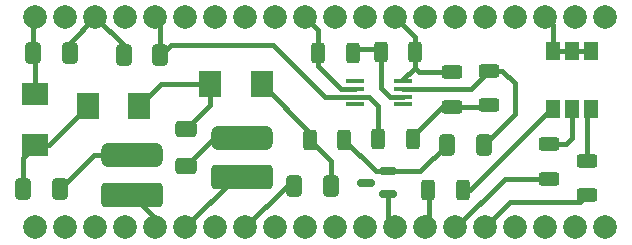
<source format=gbr>
%TF.GenerationSoftware,KiCad,Pcbnew,8.0.0*%
%TF.CreationDate,2024-12-31T13:39:28+02:00*%
%TF.ProjectId,Entry,456e7472-792e-46b6-9963-61645f706362,rev?*%
%TF.SameCoordinates,Original*%
%TF.FileFunction,Copper,L1,Top*%
%TF.FilePolarity,Positive*%
%FSLAX46Y46*%
G04 Gerber Fmt 4.6, Leading zero omitted, Abs format (unit mm)*
G04 Created by KiCad (PCBNEW 8.0.0) date 2024-12-31 13:39:28*
%MOMM*%
%LPD*%
G01*
G04 APERTURE LIST*
G04 Aperture macros list*
%AMRoundRect*
0 Rectangle with rounded corners*
0 $1 Rounding radius*
0 $2 $3 $4 $5 $6 $7 $8 $9 X,Y pos of 4 corners*
0 Add a 4 corners polygon primitive as box body*
4,1,4,$2,$3,$4,$5,$6,$7,$8,$9,$2,$3,0*
0 Add four circle primitives for the rounded corners*
1,1,$1+$1,$2,$3*
1,1,$1+$1,$4,$5*
1,1,$1+$1,$6,$7*
1,1,$1+$1,$8,$9*
0 Add four rect primitives between the rounded corners*
20,1,$1+$1,$2,$3,$4,$5,0*
20,1,$1+$1,$4,$5,$6,$7,0*
20,1,$1+$1,$6,$7,$8,$9,0*
20,1,$1+$1,$8,$9,$2,$3,0*%
G04 Aperture macros list end*
%TA.AperFunction,SMDPad,CuDef*%
%ADD10RoundRect,0.500000X2.100000X-0.500000X2.100000X0.500000X-2.100000X0.500000X-2.100000X-0.500000X0*%
%TD*%
%TA.AperFunction,SMDPad,CuDef*%
%ADD11RoundRect,0.250000X2.350000X-0.750000X2.350000X0.750000X-2.350000X0.750000X-2.350000X-0.750000X0*%
%TD*%
%TA.AperFunction,SMDPad,CuDef*%
%ADD12RoundRect,0.150000X0.587500X0.150000X-0.587500X0.150000X-0.587500X-0.150000X0.587500X-0.150000X0*%
%TD*%
%TA.AperFunction,SMDPad,CuDef*%
%ADD13R,1.955800X2.260600*%
%TD*%
%TA.AperFunction,SMDPad,CuDef*%
%ADD14R,1.300000X1.500000*%
%TD*%
%TA.AperFunction,ComponentPad*%
%ADD15C,2.000000*%
%TD*%
%TA.AperFunction,SMDPad,CuDef*%
%ADD16RoundRect,0.250000X0.625000X-0.312500X0.625000X0.312500X-0.625000X0.312500X-0.625000X-0.312500X0*%
%TD*%
%TA.AperFunction,SMDPad,CuDef*%
%ADD17RoundRect,0.250000X0.412500X0.650000X-0.412500X0.650000X-0.412500X-0.650000X0.412500X-0.650000X0*%
%TD*%
%TA.AperFunction,SMDPad,CuDef*%
%ADD18RoundRect,0.250000X-0.625000X0.312500X-0.625000X-0.312500X0.625000X-0.312500X0.625000X0.312500X0*%
%TD*%
%TA.AperFunction,SMDPad,CuDef*%
%ADD19RoundRect,0.250000X0.312500X0.625000X-0.312500X0.625000X-0.312500X-0.625000X0.312500X-0.625000X0*%
%TD*%
%TA.AperFunction,SMDPad,CuDef*%
%ADD20RoundRect,0.250000X-0.412500X-0.650000X0.412500X-0.650000X0.412500X0.650000X-0.412500X0.650000X0*%
%TD*%
%TA.AperFunction,SMDPad,CuDef*%
%ADD21RoundRect,0.250000X-0.650000X0.412500X-0.650000X-0.412500X0.650000X-0.412500X0.650000X0.412500X0*%
%TD*%
%TA.AperFunction,SMDPad,CuDef*%
%ADD22R,2.260600X1.955800*%
%TD*%
%TA.AperFunction,SMDPad,CuDef*%
%ADD23RoundRect,0.250000X-0.312500X-0.625000X0.312500X-0.625000X0.312500X0.625000X-0.312500X0.625000X0*%
%TD*%
%TA.AperFunction,SMDPad,CuDef*%
%ADD24R,1.524000X0.457200*%
%TD*%
%TA.AperFunction,Conductor*%
%ADD25C,0.400000*%
%TD*%
G04 APERTURE END LIST*
D10*
%TO.P,L1,2,2*%
%TO.N,Net-(C_oscilato1-Pad2)*%
X47970000Y-79897500D03*
D11*
%TO.P,L1,1,1*%
%TO.N,Net-(PicoW1-GP4)*%
X47960000Y-83197500D03*
%TD*%
%TO.P,L3,1,1*%
%TO.N,Net-(PicoW1-GP3)*%
X38660000Y-84720000D03*
D10*
%TO.P,L3,2,2*%
%TO.N,Net-(C_oscilato2-Pad2)*%
X38710000Y-81360000D03*
%TD*%
D12*
%TO.P,Q2,1,B*%
%TO.N,GND_13*%
X60337500Y-84650000D03*
%TO.P,Q2,2,E*%
%TO.N,Net-(Q2-E)*%
X60337500Y-82750000D03*
%TO.P,Q2,3,C*%
%TO.N,unconnected-(Q2-C-Pad3)*%
X58462500Y-83700000D03*
%TD*%
D13*
%TO.P,CR3,2*%
%TO.N,Net-(CR2-Pad1)*%
X45308300Y-75370000D03*
%TO.P,CR3,1*%
%TO.N,Net-(CR3-Pad1)*%
X49651700Y-75370000D03*
%TD*%
D14*
%TO.P,LED1,1,K_RED*%
%TO.N,GND_23*%
X77550000Y-72550000D03*
%TO.P,LED1,2,A_RED*%
%TO.N,red*%
X77550000Y-77450000D03*
%TO.P,LED1,3,K_GREEN*%
%TO.N,GND_23*%
X75950000Y-72550000D03*
%TO.P,LED1,4,A_GREEN*%
%TO.N,green*%
X75950000Y-77450000D03*
%TO.P,LED1,5,K_BLUE*%
%TO.N,GND_23*%
X74350000Y-72550000D03*
%TO.P,LED1,6,A_BLUE*%
%TO.N,blue*%
X74350000Y-77450000D03*
%TD*%
D15*
%TO.P,PicoW1,1,GP0*%
%TO.N,unconnected-(PicoW1-GP0-Pad1)*%
X30500000Y-87480000D03*
%TO.P,PicoW1,2,GP1*%
%TO.N,unconnected-(PicoW1-GP1-Pad2)*%
X33040000Y-87480000D03*
%TO.P,PicoW1,3,GND*%
%TO.N,unconnected-(PicoW1-GND-Pad3)*%
X35580000Y-87480000D03*
%TO.P,PicoW1,4,GP2*%
%TO.N,unconnected-(PicoW1-GP2-Pad4)*%
X38120000Y-87480000D03*
%TO.P,PicoW1,5,GP3*%
%TO.N,Net-(PicoW1-GP3)*%
X40660000Y-87480000D03*
%TO.P,PicoW1,6,GP4*%
%TO.N,Net-(PicoW1-GP4)*%
X43200000Y-87480000D03*
%TO.P,PicoW1,7,GP5*%
%TO.N,unconnected-(PicoW1-GP5-Pad7)*%
X45740000Y-87480000D03*
%TO.P,PicoW1,8,GND*%
%TO.N,GND_8*%
X48280000Y-87480000D03*
%TO.P,PicoW1,9,GP6*%
%TO.N,unconnected-(PicoW1-GP6-Pad9)*%
X50820000Y-87480000D03*
%TO.P,PicoW1,10,GP7*%
%TO.N,unconnected-(PicoW1-GP7-Pad10)*%
X53360000Y-87480000D03*
%TO.P,PicoW1,11,GP8*%
%TO.N,unconnected-(PicoW1-GP8-Pad11)*%
X55900000Y-87480000D03*
%TO.P,PicoW1,12,GP9*%
%TO.N,unconnected-(PicoW1-GP9-Pad12)*%
X58440000Y-87480000D03*
%TO.P,PicoW1,13,GND*%
%TO.N,GND_13*%
X60980000Y-87480000D03*
%TO.P,PicoW1,14,GP10*%
%TO.N,Net-(PicoW1-GP10)*%
X63520000Y-87480000D03*
%TO.P,PicoW1,15,GP11*%
%TO.N,Net-(PicoW1-GP11)*%
X66060000Y-87480000D03*
%TO.P,PicoW1,16,GP12*%
%TO.N,Net-(PicoW1-GP12)*%
X68600000Y-87438119D03*
%TO.P,PicoW1,17,GP13*%
%TO.N,unconnected-(PicoW1-GP13-Pad17)*%
X71140000Y-87480000D03*
%TO.P,PicoW1,18,GND*%
%TO.N,unconnected-(PicoW1-GND-Pad18)*%
X73680000Y-87480000D03*
%TO.P,PicoW1,19,GP14*%
%TO.N,unconnected-(PicoW1-GP14-Pad19)*%
X76220000Y-87480000D03*
%TO.P,PicoW1,20,GP15*%
%TO.N,unconnected-(PicoW1-GP15-Pad20)*%
X78760000Y-87480000D03*
%TO.P,PicoW1,21,GP16*%
%TO.N,unconnected-(PicoW1-GP16-Pad21)*%
X78760000Y-69700000D03*
%TO.P,PicoW1,22,GP17*%
%TO.N,unconnected-(PicoW1-GP17-Pad22)*%
X76220000Y-69700000D03*
%TO.P,PicoW1,23,GND*%
%TO.N,GND_23*%
X73680000Y-69700000D03*
%TO.P,PicoW1,24,GP18*%
%TO.N,unconnected-(PicoW1-GP18-Pad24)*%
X71140000Y-69700000D03*
%TO.P,PicoW1,25,GP19*%
%TO.N,unconnected-(PicoW1-GP19-Pad25)*%
X68600000Y-69700000D03*
%TO.P,PicoW1,26,GP20*%
%TO.N,unconnected-(PicoW1-GP20-Pad26)*%
X66060000Y-69700000D03*
%TO.P,PicoW1,27,GP21*%
%TO.N,unconnected-(PicoW1-GP21-Pad27)*%
X63520000Y-69700000D03*
%TO.P,PicoW1,28,GND*%
%TO.N,GND_28*%
X60980000Y-69700000D03*
%TO.P,PicoW1,29,GP22*%
%TO.N,unconnected-(PicoW1-GP22-Pad29)*%
X58440000Y-69700000D03*
%TO.P,PicoW1,30,RUN*%
%TO.N,unconnected-(PicoW1-RUN-Pad30)*%
X55900000Y-69700000D03*
%TO.P,PicoW1,31,GP26*%
%TO.N,Vout*%
X53360000Y-69700000D03*
%TO.P,PicoW1,32,GP27*%
%TO.N,unconnected-(PicoW1-GP27-Pad32)*%
X50820000Y-69700000D03*
%TO.P,PicoW1,33,AGND*%
%TO.N,unconnected-(PicoW1-AGND-Pad33)*%
X48280000Y-69700000D03*
%TO.P,PicoW1,34,GP28*%
%TO.N,unconnected-(PicoW1-GP28-Pad34)*%
X45740000Y-69700000D03*
%TO.P,PicoW1,35,ADC_VREF*%
%TO.N,unconnected-(PicoW1-ADC_VREF-Pad35)*%
X43200000Y-69700000D03*
%TO.P,PicoW1,36,3V3_OUT*%
%TO.N,Net-(8_pin_op_amp1-V+)*%
X40660000Y-69700000D03*
%TO.P,PicoW1,37,3V3_EN*%
%TO.N,unconnected-(PicoW1-3V3_EN-Pad37)*%
X38120000Y-69700000D03*
%TO.P,PicoW1,38,GND*%
%TO.N,GND_38*%
X35580000Y-69700000D03*
%TO.P,PicoW1,39,VSYS*%
%TO.N,unconnected-(PicoW1-VSYS-Pad39)*%
X33040000Y-69700000D03*
%TO.P,PicoW1,40,VBUS*%
%TO.N,5V*%
X30500000Y-69700000D03*
%TD*%
D16*
%TO.P,R_LED_G1,1*%
%TO.N,Net-(PicoW1-GP11)*%
X74000000Y-83362500D03*
%TO.P,R_LED_G1,2*%
%TO.N,green*%
X74000000Y-80437500D03*
%TD*%
D17*
%TO.P,C_GND1,1*%
%TO.N,GND_38*%
X33402500Y-72760000D03*
%TO.P,C_GND1,2*%
%TO.N,5V*%
X30277500Y-72760000D03*
%TD*%
D13*
%TO.P,CR2,1*%
%TO.N,Net-(CR2-Pad1)*%
X39301700Y-77190000D03*
%TO.P,CR2,2*%
%TO.N,Net-(CR1-Pad1)*%
X34958300Y-77190000D03*
%TD*%
D18*
%TO.P,Rf3,1*%
%TO.N,GND_28*%
X65800000Y-74337500D03*
%TO.P,Rf3,2*%
%TO.N,Net-(Rf2-Pad1)*%
X65800000Y-77262500D03*
%TD*%
D19*
%TO.P,Rsch1,1*%
%TO.N,Net-(Q2-E)*%
X56662500Y-80100000D03*
%TO.P,Rsch1,2*%
%TO.N,Net-(CR3-Pad1)*%
X53737500Y-80100000D03*
%TD*%
D20*
%TO.P,C1,1*%
%TO.N,Net-(Q2-E)*%
X65337500Y-80500000D03*
%TO.P,C1,2*%
%TO.N,Signal*%
X68462500Y-80500000D03*
%TD*%
D19*
%TO.P,Rf1,1*%
%TO.N,Net-(8_pin_op_amp1--)*%
X57362500Y-72700000D03*
%TO.P,Rf1,2*%
%TO.N,Vout*%
X54437500Y-72700000D03*
%TD*%
D21*
%TO.P,C_oscilato1,1*%
%TO.N,Net-(CR2-Pad1)*%
X43270000Y-79147500D03*
%TO.P,C_oscilato1,2*%
%TO.N,Net-(C_oscilato1-Pad2)*%
X43270000Y-82272500D03*
%TD*%
D22*
%TO.P,CR1,1*%
%TO.N,Net-(CR1-Pad1)*%
X30490000Y-80531700D03*
%TO.P,CR1,2*%
%TO.N,5V*%
X30490000Y-76188300D03*
%TD*%
D18*
%TO.P,Rf4,1*%
%TO.N,Signal*%
X68900000Y-74237500D03*
%TO.P,Rf4,2*%
%TO.N,Net-(Rf2-Pad1)*%
X68900000Y-77162500D03*
%TD*%
D23*
%TO.P,R_LED_B1,1*%
%TO.N,Net-(PicoW1-GP10)*%
X63737500Y-84300000D03*
%TO.P,R_LED_B1,2*%
%TO.N,blue*%
X66662500Y-84300000D03*
%TD*%
D17*
%TO.P,C_supply1,1*%
%TO.N,Net-(CR3-Pad1)*%
X55502500Y-83940000D03*
%TO.P,C_supply1,2*%
%TO.N,GND_8*%
X52377500Y-83940000D03*
%TD*%
D16*
%TO.P,R_LED_R1,1*%
%TO.N,Net-(PicoW1-GP12)*%
X77200000Y-84762500D03*
%TO.P,R_LED_R1,2*%
%TO.N,red*%
X77200000Y-81837500D03*
%TD*%
D20*
%TO.P,C_GND2,1*%
%TO.N,GND_38*%
X37957500Y-72900000D03*
%TO.P,C_GND2,2*%
%TO.N,Net-(8_pin_op_amp1-V+)*%
X41082500Y-72900000D03*
%TD*%
%TO.P,C_oscilato2,1*%
%TO.N,Net-(CR1-Pad1)*%
X29437500Y-84250000D03*
%TO.P,C_oscilato2,2*%
%TO.N,Net-(C_oscilato2-Pad2)*%
X32562500Y-84250000D03*
%TD*%
D19*
%TO.P,Rg1,1*%
%TO.N,GND_28*%
X62662500Y-72600000D03*
%TO.P,Rg1,2*%
%TO.N,Net-(8_pin_op_amp1--)*%
X59737500Y-72600000D03*
%TD*%
%TO.P,Rf2,1*%
%TO.N,Net-(Rf2-Pad1)*%
X62462500Y-80000000D03*
%TO.P,Rf2,2*%
%TO.N,Net-(8_pin_op_amp1-V+)*%
X59537500Y-80000000D03*
%TD*%
D24*
%TO.P,8_pin_op_amp1,1,NC*%
%TO.N,unconnected-(8_pin_op_amp1-NC-Pad1)*%
X61644700Y-77074999D03*
%TO.P,8_pin_op_amp1,2,-*%
%TO.N,Net-(8_pin_op_amp1--)*%
X61644700Y-76425001D03*
%TO.P,8_pin_op_amp1,3,+*%
%TO.N,Signal*%
X61644700Y-75774999D03*
%TO.P,8_pin_op_amp1,4,V-*%
%TO.N,GND_28*%
X61644700Y-75125001D03*
%TO.P,8_pin_op_amp1,5,NC*%
%TO.N,unconnected-(8_pin_op_amp1-NC-Pad5)*%
X57555300Y-75125001D03*
%TO.P,8_pin_op_amp1,6*%
%TO.N,Vout*%
X57555300Y-75774999D03*
%TO.P,8_pin_op_amp1,7,V+*%
%TO.N,Net-(8_pin_op_amp1-V+)*%
X57555300Y-76425001D03*
%TO.P,8_pin_op_amp1,8,NC*%
%TO.N,unconnected-(8_pin_op_amp1-NC-Pad8)*%
X57555300Y-77074999D03*
%TD*%
D25*
%TO.N,Net-(CR3-Pad1)*%
X53737500Y-79455800D02*
X49651700Y-75370000D01*
X53737500Y-80100000D02*
X53737500Y-79455800D01*
X55502500Y-81865000D02*
X53737500Y-80100000D01*
X55502500Y-83940000D02*
X55502500Y-81865000D01*
%TO.N,GND_8*%
X51820000Y-83940000D02*
X52377500Y-83940000D01*
X48280000Y-87480000D02*
X51820000Y-83940000D01*
%TO.N,Net-(PicoW1-GP4)*%
X43200000Y-87480000D02*
X47482500Y-83197500D01*
X47482500Y-83197500D02*
X47960000Y-83197500D01*
%TO.N,Net-(C_oscilato1-Pad2)*%
X45645000Y-79897500D02*
X47970000Y-79897500D01*
X43270000Y-82272500D02*
X45645000Y-79897500D01*
%TO.N,Net-(CR2-Pad1)*%
X41121700Y-75370000D02*
X39301700Y-77190000D01*
X45308300Y-75370000D02*
X41121700Y-75370000D01*
X45308300Y-77109200D02*
X43270000Y-79147500D01*
X45308300Y-75370000D02*
X45308300Y-77109200D01*
%TO.N,Net-(8_pin_op_amp1-V+)*%
X55015001Y-76425001D02*
X57555300Y-76425001D01*
X50630000Y-72040000D02*
X55015001Y-76425001D01*
X41942500Y-72040000D02*
X50630000Y-72040000D01*
X41082500Y-72900000D02*
X41942500Y-72040000D01*
X41082500Y-70122500D02*
X40660000Y-69700000D01*
X41082500Y-72900000D02*
X41082500Y-70122500D01*
%TO.N,GND_38*%
X37957500Y-72077500D02*
X37957500Y-72900000D01*
X35580000Y-69700000D02*
X37957500Y-72077500D01*
%TO.N,5V*%
X30277500Y-69922500D02*
X30500000Y-69700000D01*
X30277500Y-72760000D02*
X30277500Y-69922500D01*
%TO.N,GND_38*%
X33402500Y-71877500D02*
X35580000Y-69700000D01*
X33402500Y-72760000D02*
X33402500Y-71877500D01*
%TO.N,5V*%
X30490000Y-72972500D02*
X30277500Y-72760000D01*
X30490000Y-76188300D02*
X30490000Y-72972500D01*
%TO.N,Net-(CR1-Pad1)*%
X34958300Y-77247944D02*
X34958300Y-77190000D01*
X31674544Y-80531700D02*
X34958300Y-77247944D01*
X30490000Y-80531700D02*
X31674544Y-80531700D01*
X29437500Y-81584200D02*
X30490000Y-80531700D01*
X29437500Y-84250000D02*
X29437500Y-81584200D01*
%TO.N,Net-(C_oscilato2-Pad2)*%
X38710000Y-81360000D02*
X35452500Y-81360000D01*
X35452500Y-81360000D02*
X32562500Y-84250000D01*
%TO.N,Net-(PicoW1-GP3)*%
X40660000Y-86720000D02*
X38660000Y-84720000D01*
X40660000Y-87480000D02*
X40660000Y-86720000D01*
%TO.N,GND_28*%
X62683049Y-74045549D02*
X62545549Y-74045549D01*
X65800000Y-74337500D02*
X62975000Y-74337500D01*
X62975000Y-74337500D02*
X62683049Y-74045549D01*
X62662500Y-73928598D02*
X62545549Y-74045549D01*
X62662500Y-72400000D02*
X62662500Y-73928598D01*
X62662500Y-71382500D02*
X60980000Y-69700000D01*
X62662500Y-72400000D02*
X62662500Y-71382500D01*
%TO.N,GND_23*%
X74350000Y-70370000D02*
X73680000Y-69700000D01*
X74350000Y-72550000D02*
X74350000Y-70370000D01*
%TO.N,GND_13*%
X60337500Y-86837500D02*
X60980000Y-87480000D01*
X60337500Y-84650000D02*
X60337500Y-86837500D01*
%TO.N,GND_28*%
X62545549Y-74045549D02*
X61644700Y-74946399D01*
%TO.N,GND_23*%
X74350000Y-72550000D02*
X77550000Y-72550000D01*
%TO.N,red*%
X77200000Y-77800000D02*
X77550000Y-77450000D01*
X77200000Y-81837500D02*
X77200000Y-77800000D01*
%TO.N,Net-(PicoW1-GP11)*%
X66120000Y-87480000D02*
X66060000Y-87480000D01*
X70237500Y-83362500D02*
X66120000Y-87480000D01*
X74000000Y-83362500D02*
X70237500Y-83362500D01*
%TO.N,Net-(PicoW1-GP10)*%
X63800000Y-84837500D02*
X63800000Y-87200000D01*
X63800000Y-87200000D02*
X63520000Y-87480000D01*
%TO.N,blue*%
X74112500Y-77450000D02*
X74350000Y-77450000D01*
X67262500Y-84300000D02*
X74112500Y-77450000D01*
X66662500Y-84300000D02*
X67262500Y-84300000D01*
%TO.N,green*%
X75400000Y-80437500D02*
X75950000Y-79887500D01*
X74000000Y-80437500D02*
X75400000Y-80437500D01*
X75950000Y-79887500D02*
X75950000Y-77450000D01*
%TO.N,Net-(PicoW1-GP12)*%
X76637500Y-85325000D02*
X70713119Y-85325000D01*
X70713119Y-85325000D02*
X68600000Y-87438119D01*
X77200000Y-84762500D02*
X76637500Y-85325000D01*
%TO.N,Signal*%
X67362501Y-75774999D02*
X68900000Y-74237500D01*
X61644700Y-75774999D02*
X67362501Y-75774999D01*
X71100000Y-75300000D02*
X71100000Y-77862500D01*
X68900000Y-74237500D02*
X70037500Y-74237500D01*
X68462500Y-80500000D02*
X71100000Y-77862500D01*
X70037500Y-74237500D02*
X71100000Y-75300000D01*
%TO.N,Vout*%
X57555300Y-75774999D02*
X56393300Y-75774999D01*
X56393300Y-75774999D02*
X54437500Y-73819199D01*
X54437500Y-73819199D02*
X54437500Y-72400000D01*
X54437500Y-70777500D02*
X53360000Y-69700000D01*
X54437500Y-72400000D02*
X54437500Y-70777500D01*
%TO.N,Net-(8_pin_op_amp1-V+)*%
X59537500Y-77245201D02*
X59537500Y-80000000D01*
X57555300Y-76425001D02*
X58717300Y-76425001D01*
X58717300Y-76425001D02*
X59537500Y-77245201D01*
%TO.N,Net-(8_pin_op_amp1--)*%
X59737500Y-72400000D02*
X57362500Y-72400000D01*
X60482700Y-76425001D02*
X59737500Y-75679801D01*
X61644700Y-76425001D02*
X60482700Y-76425001D01*
X59737500Y-75679801D02*
X59737500Y-72400000D01*
%TO.N,Net-(Q2-E)*%
X63087500Y-82750000D02*
X60337500Y-82750000D01*
X59312500Y-82750000D02*
X60337500Y-82750000D01*
X65337500Y-80500000D02*
X63087500Y-82750000D01*
X56662500Y-80100000D02*
X59312500Y-82750000D01*
%TO.N,Net-(Rf2-Pad1)*%
X65800000Y-77262500D02*
X64937500Y-77262500D01*
X65800000Y-77262500D02*
X68800000Y-77262500D01*
X62462500Y-79737500D02*
X62462500Y-80000000D01*
X64937500Y-77262500D02*
X62462500Y-79737500D01*
X68800000Y-77262500D02*
X68900000Y-77162500D01*
%TD*%
M02*

</source>
